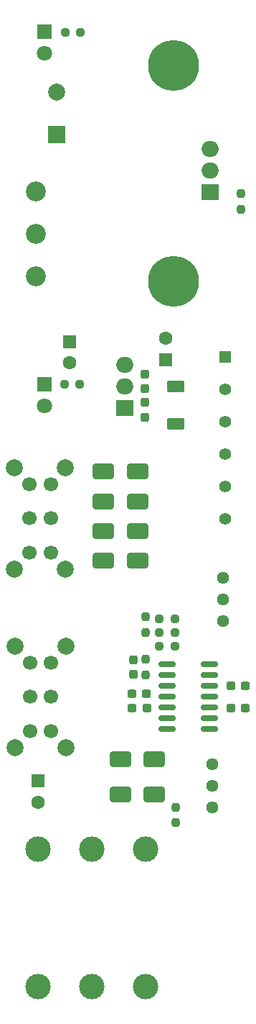
<source format=gbr>
%TF.GenerationSoftware,KiCad,Pcbnew,8.0.1*%
%TF.CreationDate,2024-07-30T21:31:35-05:00*%
%TF.ProjectId,expression-pedal-to-pwm,65787072-6573-4736-996f-6e2d70656461,rev?*%
%TF.SameCoordinates,Original*%
%TF.FileFunction,Soldermask,Top*%
%TF.FilePolarity,Negative*%
%FSLAX46Y46*%
G04 Gerber Fmt 4.6, Leading zero omitted, Abs format (unit mm)*
G04 Created by KiCad (PCBNEW 8.0.1) date 2024-07-30 21:31:35*
%MOMM*%
%LPD*%
G01*
G04 APERTURE LIST*
G04 Aperture macros list*
%AMRoundRect*
0 Rectangle with rounded corners*
0 $1 Rounding radius*
0 $2 $3 $4 $5 $6 $7 $8 $9 X,Y pos of 4 corners*
0 Add a 4 corners polygon primitive as box body*
4,1,4,$2,$3,$4,$5,$6,$7,$8,$9,$2,$3,0*
0 Add four circle primitives for the rounded corners*
1,1,$1+$1,$2,$3*
1,1,$1+$1,$4,$5*
1,1,$1+$1,$6,$7*
1,1,$1+$1,$8,$9*
0 Add four rect primitives between the rounded corners*
20,1,$1+$1,$2,$3,$4,$5,0*
20,1,$1+$1,$4,$5,$6,$7,0*
20,1,$1+$1,$6,$7,$8,$9,0*
20,1,$1+$1,$8,$9,$2,$3,0*%
G04 Aperture macros list end*
%ADD10RoundRect,0.237500X0.300000X0.237500X-0.300000X0.237500X-0.300000X-0.237500X0.300000X-0.237500X0*%
%ADD11RoundRect,0.237500X-0.250000X-0.237500X0.250000X-0.237500X0.250000X0.237500X-0.250000X0.237500X0*%
%ADD12RoundRect,0.237500X0.237500X-0.250000X0.237500X0.250000X-0.237500X0.250000X-0.237500X-0.250000X0*%
%ADD13RoundRect,0.250000X-0.800000X0.450000X-0.800000X-0.450000X0.800000X-0.450000X0.800000X0.450000X0*%
%ADD14RoundRect,0.250000X1.000000X0.650000X-1.000000X0.650000X-1.000000X-0.650000X1.000000X-0.650000X0*%
%ADD15RoundRect,0.237500X-0.237500X0.300000X-0.237500X-0.300000X0.237500X-0.300000X0.237500X0.300000X0*%
%ADD16RoundRect,0.237500X-0.300000X-0.237500X0.300000X-0.237500X0.300000X0.237500X-0.300000X0.237500X0*%
%ADD17C,2.340000*%
%ADD18RoundRect,0.237500X-0.237500X0.250000X-0.237500X-0.250000X0.237500X-0.250000X0.237500X0.250000X0*%
%ADD19RoundRect,0.237500X0.237500X-0.300000X0.237500X0.300000X-0.237500X0.300000X-0.237500X-0.300000X0*%
%ADD20RoundRect,0.237500X0.250000X0.237500X-0.250000X0.237500X-0.250000X-0.237500X0.250000X-0.237500X0*%
%ADD21R,2.000000X2.000000*%
%ADD22C,2.000000*%
%ADD23RoundRect,0.250000X-1.000000X-0.650000X1.000000X-0.650000X1.000000X0.650000X-1.000000X0.650000X0*%
%ADD24R,1.400000X1.400000*%
%ADD25C,1.400000*%
%ADD26C,1.440000*%
%ADD27C,6.000000*%
%ADD28RoundRect,0.150000X-0.825000X-0.150000X0.825000X-0.150000X0.825000X0.150000X-0.825000X0.150000X0*%
%ADD29R,1.800000X1.800000*%
%ADD30C,1.800000*%
%ADD31C,3.000000*%
%ADD32R,2.000000X1.905000*%
%ADD33O,2.000000X1.905000*%
%ADD34R,1.600000X1.600000*%
%ADD35C,1.600000*%
%ADD36C,1.700000*%
G04 APERTURE END LIST*
D10*
%TO.C,C10*%
X126062500Y-155100000D03*
X124337500Y-155100000D03*
%TD*%
D11*
%TO.C,R2*%
X127587500Y-147900000D03*
X129412500Y-147900000D03*
%TD*%
D12*
%TO.C,R4*%
X126000000Y-147912500D03*
X126000000Y-146087500D03*
%TD*%
D13*
%TO.C,D1*%
X129500000Y-119000000D03*
X129500000Y-123400000D03*
%TD*%
D14*
%TO.C,D4*%
X125000000Y-139500000D03*
X121000000Y-139500000D03*
%TD*%
D15*
%TO.C,C4*%
X125900000Y-117537500D03*
X125900000Y-119262500D03*
%TD*%
D16*
%TO.C,C7*%
X136037500Y-154200000D03*
X137762500Y-154200000D03*
%TD*%
D17*
%TO.C,RV3*%
X113000000Y-96000000D03*
X113000000Y-101000000D03*
X113000000Y-106000000D03*
%TD*%
D18*
%TO.C,R3*%
X126000000Y-151087500D03*
X126000000Y-152912500D03*
%TD*%
D19*
%TO.C,C2*%
X125900000Y-122600000D03*
X125900000Y-120875000D03*
%TD*%
D20*
%TO.C,R9*%
X118300000Y-77300000D03*
X116475000Y-77300000D03*
%TD*%
%TO.C,R8*%
X118212500Y-118700000D03*
X116387500Y-118700000D03*
%TD*%
D21*
%TO.C,C11*%
X115500000Y-89367677D03*
D22*
X115500000Y-84367677D03*
%TD*%
D16*
%TO.C,C6*%
X136037500Y-156800000D03*
X137762500Y-156800000D03*
%TD*%
D23*
%TO.C,D3*%
X123000000Y-167000000D03*
X127000000Y-167000000D03*
%TD*%
D12*
%TO.C,R6*%
X137200000Y-98125000D03*
X137200000Y-96300000D03*
%TD*%
D24*
%TO.C,J5*%
X135355000Y-115475000D03*
D25*
X135355000Y-119285000D03*
X135355000Y-123095000D03*
X135355000Y-126905000D03*
X135355000Y-130715000D03*
X135355000Y-134525000D03*
%TD*%
D26*
%TO.C,RV2*%
X135100000Y-146600000D03*
X135100000Y-144060000D03*
X135100000Y-141520000D03*
%TD*%
D27*
%TO.C,HS1*%
X129300000Y-81200000D03*
X129300000Y-106600000D03*
%TD*%
D28*
%TO.C,U1*%
X128525000Y-151690000D03*
X128525000Y-152960000D03*
X128525000Y-154230000D03*
X128525000Y-155500000D03*
X128525000Y-156770000D03*
X128525000Y-158040000D03*
X128525000Y-159310000D03*
X133475000Y-159310000D03*
X133475000Y-158040000D03*
X133475000Y-156770000D03*
X133475000Y-155500000D03*
X133475000Y-154230000D03*
X133475000Y-152960000D03*
X133475000Y-151690000D03*
%TD*%
D29*
%TO.C,D9*%
X114000000Y-77250000D03*
D30*
X114000000Y-79790000D03*
%TD*%
D31*
%TO.C,J4*%
X119625000Y-189615000D03*
X119625000Y-173385000D03*
X113275000Y-189615000D03*
X113275000Y-173385000D03*
X125975000Y-189615000D03*
X125975000Y-173385000D03*
%TD*%
D10*
%TO.C,C8*%
X126100000Y-156800000D03*
X124375000Y-156800000D03*
%TD*%
D20*
%TO.C,R5*%
X129412500Y-146300000D03*
X127587500Y-146300000D03*
%TD*%
D14*
%TO.C,D2*%
X127000000Y-162800000D03*
X123000000Y-162800000D03*
%TD*%
D32*
%TO.C,Q1*%
X133590000Y-96100000D03*
D33*
X133590000Y-93560000D03*
X133590000Y-91020000D03*
%TD*%
D34*
%TO.C,C9*%
X113300000Y-165394888D03*
D35*
X113300000Y-167894888D03*
%TD*%
D18*
%TO.C,R7*%
X129500000Y-168487500D03*
X129500000Y-170312500D03*
%TD*%
D19*
%TO.C,C5*%
X124500000Y-152862500D03*
X124500000Y-151137500D03*
%TD*%
D22*
%TO.C,SW2*%
X116582500Y-149500000D03*
X110582500Y-149500000D03*
X116582500Y-161500000D03*
X110582500Y-161500000D03*
D36*
X114832500Y-151500000D03*
X114832500Y-155500000D03*
X114832500Y-159500000D03*
X112332500Y-151500000D03*
X112332500Y-155500000D03*
X112332500Y-159500000D03*
%TD*%
D23*
%TO.C,D7*%
X121000000Y-129000000D03*
X125000000Y-129000000D03*
%TD*%
D34*
%TO.C,C1*%
X128300000Y-115805113D03*
D35*
X128300000Y-113305113D03*
%TD*%
D22*
%TO.C,SW1*%
X116500000Y-128500000D03*
X110500000Y-128500000D03*
X116500000Y-140500000D03*
X110500000Y-140500000D03*
D36*
X114750000Y-130500000D03*
X114750000Y-134500000D03*
X114750000Y-138500000D03*
X112250000Y-130500000D03*
X112250000Y-134500000D03*
X112250000Y-138500000D03*
%TD*%
D32*
%TO.C,U2*%
X123500000Y-121500000D03*
D33*
X123500000Y-118960000D03*
X123500000Y-116420000D03*
%TD*%
D23*
%TO.C,D5*%
X121000000Y-136000000D03*
X125000000Y-136000000D03*
%TD*%
D26*
%TO.C,RV1*%
X133800000Y-163460000D03*
X133800000Y-166000000D03*
X133800000Y-168540000D03*
%TD*%
D29*
%TO.C,D8*%
X114000000Y-118750000D03*
D30*
X114000000Y-121290000D03*
%TD*%
D14*
%TO.C,D6*%
X125000000Y-132500000D03*
X121000000Y-132500000D03*
%TD*%
D20*
%TO.C,R1*%
X129412500Y-149500000D03*
X127587500Y-149500000D03*
%TD*%
D34*
%TO.C,C3*%
X117000000Y-113700000D03*
D35*
X117000000Y-116200000D03*
%TD*%
M02*

</source>
